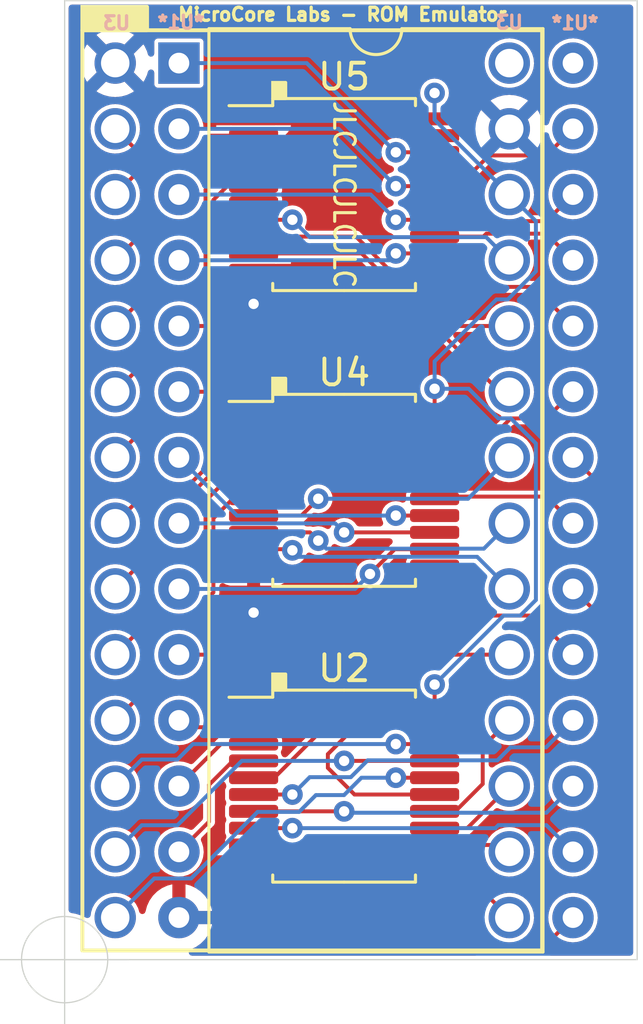
<source format=kicad_pcb>
(kicad_pcb (version 20211014) (generator pcbnew)
  (layers (0 "F.Cu" signal) (31 "B.Cu" signal) (34 "B.Paste" user) (35 "F.Paste" user) (36 "B.SilkS" user "B.Silkscreen") (37 "F.SilkS" user "F.Silkscreen") (38 "B.Mask" user) (39 "F.Mask" user) (44 "Edge.Cuts" user))
  (net 0 "")
  (net 1 "CS_22")
  (net 2 "GND")
  (net 3 "V5_A14")
  (net 4 "V5_D2")
  (net 5 "V5_A13")
  (net 6 "V5_D1")
  (net 7 "V5_A8")
  (net 8 "V5_D0")
  (net 9 "V5_A9")
  (net 10 "V5_A0")
  (net 11 "V5_A11")
  (net 12 "V5_A1")
  (net 13 "OE_n")
  (net 14 "V5_A2")
  (net 15 "V5_A10")
  (net 16 "V5_A3")
  (net 18 "V5_A4")
  (net 19 "V5_D7")
  (net 20 "V5_A5")
  (net 21 "V5_D6")
  (net 22 "V5_A6")
  (net 23 "V5_D5")
  (net 24 "V5_A7")
  (net 25 "V5_D4")
  (net 26 "V5_A12")
  (net 27 "V5_D3")
  (net 28 "V5_A15")
  (net 29 "+3V3")
  (net 30 "V3_D0")
  (net 31 "V3_D1")
  (net 32 "V3_D2")
  (net 33 "V3_D3")
  (net 34 "V3_D4")
  (net 35 "V3_D5")
  (net 36 "V3_D6")
  (net 37 "V3_D7")
  (net 39 "V3_A7")
  (net 40 "V3_A6")
  (net 41 "V3_A5")
  (net 42 "V3_A4")
  (net 43 "V3_A3")
  (net 44 "V3_A2")
  (net 45 "V3_A1")
  (net 46 "V3_A0")
  (net 47 "V3_A15")
  (net 48 "V3_A14")
  (net 49 "V3_A13")
  (net 50 "V3_A12")
  (net 51 "V3_A11")
  (net 52 "V3_A10")
  (net 53 "V3_A9")
  (net 54 "V3_A8")
  (net 55 "CS_20")
  (footprint "Package_DIP:DIP-28_W15.24mm" (layer "F.Cu") (at 167.0304 83.947)
    (fp_text reference "U1" hide)
    (fp_text value "27C512" hide)
    (fp_line (start 1.16 34.35) (end 14.08 34.35) (layer "F.SilkS") (width 0.12))
    (fp_line (start 1.16 -1.33) (end 1.16 34.35) (layer "F.SilkS") (width 0.12))
    (fp_line (start 14.08 -1.33) (end 8.62 -1.33) (layer "F.SilkS") (width 0.12))
    (fp_line (start 6.62 -1.33) (end 1.16 -1.33) (layer "F.SilkS") (width 0.12))
    (fp_line (start 14.08 34.35) (end 14.08 -1.33) (layer "F.SilkS") (width 0.12))
    (fp_arc (start 8.62 -1.33) (mid 7.62 -0.33) (end 6.62 -1.33) (layer "F.SilkS") (width 0.12))
    (pad "1" thru_hole rect locked (at 0 0) (size 1.6 1.6) (drill 0.8) (layers *.Cu *.Mask) (net 28 "V5_A15"))
    (pad "2" thru_hole oval locked (at 0 2.54) (size 1.6 1.6) (drill 0.8) (layers *.Cu *.Mask) (net 26 "V5_A12"))
    (pad "3" thru_hole oval locked (at 0 5.08) (size 1.6 1.6) (drill 0.8) (layers *.Cu *.Mask) (net 24 "V5_A7"))
    (pad "4" thru_hole oval locked (at 0 7.62) (size 1.6 1.6) (drill 0.8) (layers *.Cu *.Mask) (net 22 "V5_A6"))
    (pad "5" thru_hole oval locked (at 0 10.16) (size 1.6 1.6) (drill 0.8) (layers *.Cu *.Mask) (net 20 "V5_A5"))
    (pad "6" thru_hole oval locked (at 0 12.7) (size 1.6 1.6) (drill 0.8) (layers *.Cu *.Mask) (net 18 "V5_A4"))
    (pad "7" thru_hole oval locked (at 0 15.24) (size 1.6 1.6) (drill 0.8) (layers *.Cu *.Mask) (net 16 "V5_A3"))
    (pad "8" thru_hole oval locked (at 0 17.78) (size 1.6 1.6) (drill 0.8) (layers *.Cu *.Mask) (net 14 "V5_A2"))
    (pad "9" thru_hole oval locked (at 0 20.32) (size 1.6 1.6) (drill 0.8) (layers *.Cu *.Mask) (net 12 "V5_A1"))
    (pad "10" thru_hole oval locked (at 0 22.86) (size 1.6 1.6) (drill 0.8) (layers *.Cu *.Mask) (net 10 "V5_A0"))
    (pad "11" thru_hole oval locked (at 0 25.4) (size 1.6 1.6) (drill 0.8) (layers *.Cu *.Mask) (net 8 "V5_D0"))
    (pad "12" thru_hole oval locked (at 0 27.94) (size 1.6 1.6) (drill 0.8) (layers *.Cu *.Mask) (net 6 "V5_D1"))
    (pad "13" thru_hole oval locked (at 0 30.48) (size 1.6 1.6) (drill 0.8) (layers *.Cu *.Mask) (net 4 "V5_D2"))
    (pad "14" thru_hole oval locked (at 0 33.02) (size 1.6 1.6) (drill 0.8) (layers *.Cu *.Mask) (net 2 "GND"))
    (pad "15" thru_hole oval locked (at 15.24 33.02) (size 1.6 1.6) (drill 0.8) (layers *.Cu *.Mask) (net 27 "V5_D3"))
    (pad "16" thru_hole oval locked (at 15.24 30.48) (size 1.6 1.6) (drill 0.8) (layers *.Cu *.Mask) (net 25 "V5_D4"))
    (pad "17" thru_hole oval locked (at 15.24 27.94) (size 1.6 1.6) (drill 0.8) (layers *.Cu *.Mask) (net 23 "V5_D5"))
    (pad "18" thru_hole oval locked (at 15.24 25.4) (size 1.6 1.6) (drill 0.8) (layers *.Cu *.Mask) (net 21 "V5_D6"))
    (pad "19" thru_hole oval locked (at 15.24 22.86) (size 1.6 1.6) (drill 0.8) (layers *.Cu *.Mask) (net 19 "V5_D7"))
    (pad "20" thru_hole oval locked (at 15.24 20.32) (size 1.6 1.6) (drill 0.8) (layers *.Cu *.Mask) (net 55 "CS_20"))
    (pad "21" thru_hole oval locked (at 15.24 17.78) (size 1.6 1.6) (drill 0.8) (layers *.Cu *.Mask) (net 15 "V5_A10"))
    (pad "22" thru_hole oval locked (at 15.24 15.24) (size 1.6 1.6) (drill 0.8) (layers *.Cu *.Mask) (net 1 "CS_22"))
    (pad "23" thru_hole oval locked (at 15.24 12.7) (size 1.6 1.6) (drill 0.8) (layers *.Cu *.Mask) (net 11 "V5_A11"))
    (pad "24" thru_hole oval locked (at 15.24 10.16) (size 1.6 1.6) (drill 0.8) (layers *.Cu *.Mask) (net 9 "V5_A9"))
    (pad "25" thru_hole oval locked (at 15.24 7.62) (size 1.6 1.6) (drill 0.8) (layers *.Cu *.Mask) (net 7 "V5_A8"))
    (pad "26" thru_hole oval locked (at 15.24 5.08) (size 1.6 1.6) (drill 0.8) (layers *.Cu *.Mask) (net 5 "V5_A13"))
    (pad "27" thru_hole oval locked (at 15.24 2.54) (size 1.6 1.6) (drill 0.8) (layers *.Cu *.Mask) (net 3 "V5_A14"))
    (pad "28" thru_hole oval locked (at 15.24 0) (size 1.6 1.6) (drill 0.8) (layers *.Cu *.Mask))
  )
  (footprint "Package_SO:SSOP-20_5.3x7.2mm_P0.65mm" (layer "F.Cu") (at 173.4185 111.887)
    (fp_text reference "U2" (at 0 -4.55) (layer "F.SilkS"))
    (fp_text value "74LS245")
    (fp_line (start -2.76 -3.435) (end -4.45 -3.435) (layer "F.SilkS") (width 0.12))
    (fp_line (start -2.76 -3.71) (end -2.76 -3.435) (layer "F.SilkS") (width 0.12))
    (fp_line (start 2.76 -3.71) (end 2.76 -3.435) (layer "F.SilkS") (width 0.12))
    (fp_line (start -2.76 3.71) (end -2.76 3.435) (layer "F.SilkS") (width 0.12))
    (fp_line (start 2.76 3.71) (end 2.76 3.435) (layer "F.SilkS") (width 0.12))
    (fp_line (start 0 -3.71) (end 2.76 -3.71) (layer "F.SilkS") (width 0.12))
    (fp_line (start 0 3.71) (end -2.76 3.71) (layer "F.SilkS") (width 0.12))
    (fp_line (start 0 3.71) (end 2.76 3.71) (layer "F.SilkS") (width 0.12))
    (fp_line (start 0 -3.71) (end -2.76 -3.71) (layer "F.SilkS") (width 0.12))
    (pad "1" smd roundrect (at -3.5 -2.925) (size 1.9 0.5) (layers "F.Cu" "F.Paste" "F.Mask") (net 2 "GND"))
    (pad "2" smd roundrect (at -3.5 -2.275) (size 1.9 0.5) (layers "F.Cu" "F.Paste" "F.Mask") (net 8 "V5_D0"))
    (pad "3" smd roundrect (at -3.5 -1.625) (size 1.9 0.5) (layers "F.Cu" "F.Paste" "F.Mask") (net 6 "V5_D1"))
    (pad "4" smd roundrect (at -3.5 -0.975) (size 1.9 0.5) (layers "F.Cu" "F.Paste" "F.Mask") (net 4 "V5_D2"))
    (pad "5" smd roundrect (at -3.5 -0.325) (size 1.9 0.5) (layers "F.Cu" "F.Paste" "F.Mask") (net 19 "V5_D7"))
    (pad "6" smd roundrect (at -3.5 0.325) (size 1.9 0.5) (layers "F.Cu" "F.Paste" "F.Mask") (net 21 "V5_D6"))
    (pad "7" smd roundrect (at -3.5 0.975) (size 1.9 0.5) (layers "F.Cu" "F.Paste" "F.Mask") (net 23 "V5_D5"))
    (pad "8" smd roundrect (at -3.5 1.625) (size 1.9 0.5) (layers "F.Cu" "F.Paste" "F.Mask") (net 25 "V5_D4"))
    (pad "9" smd roundrect (at -3.5 2.275) (size 1.9 0.5) (layers "F.Cu" "F.Paste" "F.Mask") (net 27 "V5_D3"))
    (pad "10" smd roundrect (at -3.5 2.925) (size 1.9 0.5) (layers "F.Cu" "F.Paste" "F.Mask") (net 2 "GND"))
    (pad "11" smd roundrect (at 3.5 2.925) (size 1.9 0.5) (layers "F.Cu" "F.Paste" "F.Mask") (net 33 "V3_D3"))
    (pad "12" smd roundrect (at 3.5 2.275) (size 1.9 0.5) (layers "F.Cu" "F.Paste" "F.Mask") (net 34 "V3_D4"))
    (pad "13" smd roundrect (at 3.5 1.625) (size 1.9 0.5) (layers "F.Cu" "F.Paste" "F.Mask") (net 35 "V3_D5"))
    (pad "14" smd roundrect (at 3.5 0.975) (size 1.9 0.5) (layers "F.Cu" "F.Paste" "F.Mask") (net 36 "V3_D6"))
    (pad "15" smd roundrect (at 3.5 0.325) (size 1.9 0.5) (layers "F.Cu" "F.Paste" "F.Mask") (net 37 "V3_D7"))
    (pad "16" smd roundrect (at 3.5 -0.325) (size 1.9 0.5) (layers "F.Cu" "F.Paste" "F.Mask") (net 32 "V3_D2"))
    (pad "17" smd roundrect (at 3.5 -0.975) (size 1.9 0.5) (layers "F.Cu" "F.Paste" "F.Mask") (net 31 "V3_D1"))
    (pad "18" smd roundrect (at 3.5 -1.625) (size 1.9 0.5) (layers "F.Cu" "F.Paste" "F.Mask") (net 30 "V3_D0"))
    (pad "19" smd roundrect (at 3.5 -2.275) (size 1.9 0.5) (layers "F.Cu" "F.Paste" "F.Mask") (net 13 "OE_n"))
    (pad "20" smd roundrect (at 3.5 -2.925) (size 1.9 0.5) (layers "F.Cu" "F.Paste" "F.Mask") (net 29 "+3V3"))
  )
  (footprint "Teensy:Teensy40" (layer "F.Cu") (at 172.1866 100.457 -90)
    (fp_text reference "U3" hide)
    (fp_text value "Teensy4.0" hide)
    (fp_line (start -17.78 8.89) (end -17.78 -8.89) (layer "F.SilkS") (width 0.15))
    (fp_line (start 17.78 -8.89) (end 17.78 8.89) (layer "F.SilkS") (width 0.15))
    (fp_line (start 17.78 8.89) (end -17.78 8.89) (layer "F.SilkS") (width 0.15))
    (fp_line (start -17.78 -8.89) (end 17.78 -8.89) (layer "F.SilkS") (width 0.15))
    (pad "1" thru_hole circle (at -16.51 7.62 270) (size 1.6 1.6) (drill 1.1) (layers *.Cu *.Mask) (net 2 "GND"))
    (pad "2" thru_hole circle (at -13.97 7.62 270) (size 1.6 1.6) (drill 1.1) (layers *.Cu *.Mask) (net 47 "V3_A15"))
    (pad "3" thru_hole circle (at -11.43 7.62 270) (size 1.6 1.6) (drill 1.1) (layers *.Cu *.Mask) (net 48 "V3_A14"))
    (pad "4" thru_hole circle (at -8.89 7.62 270) (size 1.6 1.6) (drill 1.1) (layers *.Cu *.Mask) (net 50 "V3_A12"))
    (pad "5" thru_hole circle (at -6.35 7.62 270) (size 1.6 1.6) (drill 1.1) (layers *.Cu *.Mask) (net 49 "V3_A13"))
    (pad "6" thru_hole circle (at -3.81 7.62 270) (size 1.6 1.6) (drill 1.1) (layers *.Cu *.Mask) (net 39 "V3_A7"))
    (pad "7" thru_hole circle (at -1.27 7.62 270) (size 1.6 1.6) (drill 1.1) (layers *.Cu *.Mask) (net 41 "V3_A5"))
    (pad "8" thru_hole circle (at 1.27 7.62 270) (size 1.6 1.6) (drill 1.1) (layers *.Cu *.Mask) (net 51 "V3_A11"))
    (pad "9" thru_hole circle (at 3.81 7.62 270) (size 1.6 1.6) (drill 1.1) (layers *.Cu *.Mask) (net 42 "V3_A4"))
    (pad "10" thru_hole circle (at 6.35 7.62 270) (size 1.6 1.6) (drill 1.1) (layers *.Cu *.Mask) (net 52 "V3_A10"))
    (pad "11" thru_hole circle (at 8.89 7.62 270) (size 1.6 1.6) (drill 1.1) (layers *.Cu *.Mask) (net 43 "V3_A3"))
    (pad "12" thru_hole circle (at 11.43 7.62 270) (size 1.6 1.6) (drill 1.1) (layers *.Cu *.Mask) (net 30 "V3_D0"))
    (pad "13" thru_hole circle (at 13.97 7.62 270) (size 1.6 1.6) (drill 1.1) (layers *.Cu *.Mask) (net 31 "V3_D1"))
    (pad "14" thru_hole circle (at 16.51 7.62 270) (size 1.6 1.6) (drill 1.1) (layers *.Cu *.Mask) (net 32 "V3_D2"))
    (pad "20" thru_hole circle (at 16.51 -7.62 270) (size 1.6 1.6) (drill 1.1) (layers *.Cu *.Mask) (net 33 "V3_D3"))
    (pad "21" thru_hole circle (at 13.97 -7.62 270) (size 1.6 1.6) (drill 1.1) (layers *.Cu *.Mask) (net 34 "V3_D4"))
    (pad "22" thru_hole circle (at 11.43 -7.62 270) (size 1.6 1.6) (drill 1.1) (layers *.Cu *.Mask) (net 35 "V3_D5"))
    (pad "23" thru_hole circle (at 8.89 -7.62 270) (size 1.6 1.6) (drill 1.1) (layers *.Cu *.Mask) (net 36 "V3_D6"))
    (pad "24" thru_hole circle (at 6.35 -7.62 270) (size 1.6 1.6) (drill 1.1) (layers *.Cu *.Mask) (net 37 "V3_D7"))
    (pad "25" thru_hole circle (at 3.81 -7.62 270) (size 1.6 1.6) (drill 1.1) (layers *.Cu *.Mask) (net 46 "V3_A0"))
    (pad "26" thru_hole circle (at 1.27 -7.62 270) (size 1.6 1.6) (drill 1.1) (layers *.Cu *.Mask) (net 45 "V3_A1"))
    (pad "27" thru_hole circle (at -1.27 -7.62 270) (size 1.6 1.6) (drill 1.1) (layers *.Cu *.Mask) (net 44 "V3_A2"))
    (pad "28" thru_hole circle (at -3.81 -7.62 270) (size 1.6 1.6) (drill 1.1) (layers *.Cu *.Mask) (net 53 "V3_A9"))
    (pad "29" thru_hole circle (at -6.35 -7.62 270) (size 1.6 1.6) (drill 1.1) (layers *.Cu *.Mask) (net 40 "V3_A6"))
    (pad "30" thru_hole circle (at -8.89 -7.62 270) (size 1.6 1.6) (drill 1.1) (layers *.Cu *.Mask) (net 54 "V3_A8"))
    (pad "31" thru_hole circle (at -11.43 -7.62 270) (size 1.6 1.6) (drill 1.1) (layers *.Cu *.Mask) (net 29 "+3V3"))
    (pad "32" thru_hole circle (at -13.97 -7.62 270) (size 1.6 1.6) (drill 1.1) (layers *.Cu *.Mask) (net 2 "GND"))
    (pad "33" thru_hole circle (at -16.51 -7.62 270) (size 1.6 1.6) (drill 1.1) (layers *.Cu *.Mask))
  )
  (footprint "Package_SO:SSOP-20_5.3x7.2mm_P0.65mm" (layer "F.Cu") (at 173.4185 100.457)
    (fp_text reference "U4" (at 0 -4.55) (layer "F.SilkS"))
    (fp_text value "74LS245")
    (fp_line (start 0 -3.71) (end -2.76 -3.71) (layer "F.SilkS") (width 0.12))
    (fp_line (start 0 3.71) (end -2.76 3.71) (layer "F.SilkS") (width 0.12))
    (fp_line (start -2.76 3.71) (end -2.76 3.435) (layer "F.SilkS") (width 0.12))
    (fp_line (start 0 3.71) (end 2.76 3.71) (layer "F.SilkS") (width 0.12))
    (fp_line (start -2.76 -3.71) (end -2.76 -3.435) (layer "F.SilkS") (width 0.12))
    (fp_line (start -2.76 -3.435) (end -4.45 -3.435) (layer "F.SilkS") (width 0.12))
    (fp_line (start 2.76 -3.71) (end 2.76 -3.435) (layer "F.SilkS") (width 0.12))
    (fp_line (start 2.76 3.71) (end 2.76 3.435) (layer "F.SilkS") (width 0.12))
    (fp_line (start 0 -3.71) (end 2.76 -3.71) (layer "F.SilkS") (width 0.12))
    (pad "1" smd roundrect (at -3.5 -2.925) (size 1.9 0.5) (layers "F.Cu" "F.Paste" "F.Mask") (net 2 "GND"))
    (pad "2" smd roundrect (at -3.5 -2.275) (size 1.9 0.5) (layers "F.Cu" "F.Paste" "F.Mask") (net 41 "V3_A5"))
    (pad "3" smd roundrect (at -3.5 -1.625) (size 1.9 0.5) (layers "F.Cu" "F.Paste" "F.Mask") (net 51 "V3_A11"))
    (pad "4" smd roundrect (at -3.5 -0.975) (size 1.9 0.5) (layers "F.Cu" "F.Paste" "F.Mask") (net 42 "V3_A4"))
    (pad "5" smd roundrect (at -3.5 -0.325) (size 1.9 0.5) (layers "F.Cu" "F.Paste" "F.Mask") (net 52 "V3_A10"))
    (pad "6" smd roundrect (at -3.5 0.325) (size 1.9 0.5) (layers "F.Cu" "F.Paste" "F.Mask") (net 43 "V3_A3"))
    (pad "7" smd roundrect (at -3.5 0.975) (size 1.9 0.5) (layers "F.Cu" "F.Paste" "F.Mask") (net 44 "V3_A2"))
    (pad "8" smd roundrect (at -3.5 1.625) (size 1.9 0.5) (layers "F.Cu" "F.Paste" "F.Mask") (net 45 "V3_A1"))
    (pad "9" smd roundrect (at -3.5 2.275) (size 1.9 0.5) (layers "F.Cu" "F.Paste" "F.Mask") (net 46 "V3_A0"))
    (pad "10" smd roundrect (at -3.5 2.925) (size 1.9 0.5) (layers "F.Cu" "F.Paste" "F.Mask") (net 2 "GND"))
    (pad "11" smd roundrect (at 3.5 2.925) (size 1.9 0.5) (layers "F.Cu" "F.Paste" "F.Mask") (net 10 "V5_A0"))
    (pad "12" smd roundrect (at 3.5 2.275) (size 1.9 0.5) (layers "F.Cu" "F.Paste" "F.Mask") (net 12 "V5_A1"))
    (pad "13" smd roundrect (at 3.5 1.625) (size 1.9 0.5) (layers "F.Cu" "F.Paste" "F.Mask") (net 14 "V5_A2"))
    (pad "14" smd roundrect (at 3.5 0.975) (size 1.9 0.5) (layers "F.Cu" "F.Paste" "F.Mask") (net 16 "V5_A3"))
    (pad "15" smd roundrect (at 3.5 0.325) (size 1.9 0.5) (layers "F.Cu" "F.Paste" "F.Mask") (net 15 "V5_A10"))
    (pad "16" smd roundrect (at 3.5 -0.325) (size 1.9 0.5) (layers "F.Cu" "F.Paste" "F.Mask") (net 18 "V5_A4"))
    (pad "17" smd roundrect (at 3.5 -0.975) (size 1.9 0.5) (layers "F.Cu" "F.Paste" "F.Mask") (net 11 "V5_A11"))
    (pad "18" smd roundrect (at 3.5 -1.625) (size 1.9 0.5) (layers "F.Cu" "F.Paste" "F.Mask") (net 20 "V5_A5"))
    (pad "19" smd roundrect (at 3.5 -2.275) (size 1.9 0.5) (layers "F.Cu" "F.Paste" "F.Mask") (net 2 "GND"))
    (pad "20" smd roundrect (at 3.5 -2.925) (size 1.9 0.5) (layers "F.Cu" "F.Paste" "F.Mask") (net 29 "+3V3"))
  )
  (footprint "Package_SO:SSOP-20_5.3x7.2mm_P0.65mm" (layer "F.Cu") (at 173.4185 89.027)
    (fp_text reference "U5" (at 0 -4.55) (layer "F.SilkS"))
    (fp_text value "74LS245")
    (fp_line (start 0 -3.71) (end -2.76 -3.71) (layer "F.SilkS") (width 0.12))
    (fp_line (start -2.76 -3.435) (end -4.45 -3.435) (layer "F.SilkS") (width 0.12))
    (fp_line (start 0 3.71) (end -2.76 3.71) (layer "F.SilkS") (width 0.12))
    (fp_line (start 0 -3.71) (end 2.76 -3.71) (layer "F.SilkS") (width 0.12))
    (fp_line (start 0 3.71) (end 2.76 3.71) (layer "F.SilkS") (width 0.12))
    (fp_line (start 2.76 3.71) (end 2.76 3.435) (layer "F.SilkS") (width 0.12))
    (fp_line (start -2.76 -3.71) (end -2.76 -3.435) (layer "F.SilkS") (width 0.12))
    (fp_line (start 2.76 -3.71) (end 2.76 -3.435) (layer "F.SilkS") (width 0.12))
    (fp_line (start -2.76 3.71) (end -2.76 3.435) (layer "F.SilkS") (width 0.12))
    (pad "1" smd roundrect (at -3.5 -2.925) (size 1.9 0.5) (layers "F.Cu" "F.Paste" "F.Mask") (net 2 "GND"))
    (pad "2" smd roundrect (at -3.5 -2.275) (size 1.9 0.5) (layers "F.Cu" "F.Paste" "F.Mask") (net 47 "V3_A15"))
    (pad "3" smd roundrect (at -3.5 -1.625) (size 1.9 0.5) (layers "F.Cu" "F.Paste" "F.Mask") (net 48 "V3_A14"))
    (pad "4" smd roundrect (at -3.5 -0.975) (size 1.9 0.5) (layers "F.Cu" "F.Paste" "F.Mask") (net 50 "V3_A12"))
    (pad "5" smd roundrect (at -3.5 -0.325) (size 1.9 0.5) (layers "F.Cu" "F.Paste" "F.Mask") (net 49 "V3_A13"))
    (pad "6" smd roundrect (at -3.5 0.325) (size 1.9 0.5) (layers "F.Cu" "F.Paste" "F.Mask") (net 39 "V3_A7"))
    (pad "7" smd roundrect (at -3.5 0.975) (size 1.9 0.5) (layers "F.Cu" "F.Paste" "F.Mask") (net 54 "V3_A8"))
    (pad "8" smd roundrect (at -3.5 1.625) (size 1.9 0.5) (layers "F.Cu" "F.Paste" "F.Mask") (net 40 "V3_A6"))
    (pad "9" smd roundrect (at -3.5 2.275) (size 1.9 0.5) (layers "F.Cu" "F.Paste" "F.Mask") (net 53 "V3_A9"))
    (pad "10" smd roundrect (at -3.5 2.925) (size 1.9 0.5) (layers "F.Cu" "F.Paste" "F.Mask") (net 2 "GND"))
    (pad "11" smd roundrect (at 3.5 2.925) (size 1.9 0.5) (layers "F.Cu" "F.Paste" "F.Mask") (net 9 "V5_A9"))
    (pad "12" smd roundrect (at 3.5 2.275) (size 1.9 0.5) (layers "F.Cu" "F.Paste" "F.Mask") (net 22 "V5_A6"))
    (pad "13" smd roundrect (at 3.5 1.625) (size 1.9 0.5) (layers "F.Cu" "F.Paste" "F.Mask") (net 7 "V5_A8"))
    (pad "14" smd roundrect (at 3.5 0.975) (size 1.9 0.5) (layers "F.Cu" "F.Paste" "F.Mask") (net 24 "V5_A7"))
    (pad "15" smd roundrect (at 3.5 0.325) (size 1.9 0.5) (layers "F.Cu" "F.Paste" "F.Mask") (net 5 "V5_A13"))
    (pad "16" smd roundrect (at 3.5 -0.325) (size 1.9 0.5) (layers "F.Cu" "F.Paste" "F.Mask") (net 26 "V5_A12"))
    (pad "17" smd roundrect (at 3.5 -0.975) (size 1.9 0.5) (layers "F.Cu" "F.Paste" "F.Mask") (net 3 "V5_A14"))
    (pad "18" smd roundrect (at 3.5 -1.625) (size 1.9 0.5) (layers "F.Cu" "F.Paste" "F.Mask") (net 28 "V5_A15"))
    (pad "19" smd roundrect (at 3.5 -2.275) (size 1.9 0.5) (layers "F.Cu" "F.Paste" "F.Mask") (net 2 "GND"))
    (pad "20" smd roundrect (at 3.5 -2.925) (size 1.9 0.5) (layers "F.Cu" "F.Paste" "F.Mask") (net 29 "+3V3"))
  )
  (footprint "A_Personal_Library:SolderJumper-2_P1.3mm_Open_TrianglePad1.0x0.75mm" (layer "F.Cu") (at 183.5404 105.537 180)
    (fp_text reference "REF_D9" hide)
    (fp_text value "SolderJumper-2_P1.3mm_Open_TrianglePad1.0x0.75mm" hide)
    (pad "1" smd custom (at -0.4 0 180) (size 0.3 0.3) (layers "F.Cu" "F.Mask") (net 13 "OE_n") (options (clearance outline) (anchor rect)) (primitives (gr_poly (pts (xy 0.5 0) (xy 0.25 0.375) (xy -0.25 0.375) (xy -0.25 -0.375) (xy 0.25 -0.375)) (width 0) (fill yes))))
    (pad "2" smd custom (at 0.5 0 180) (size 0.3 0.3) (layers "F.Cu" "F.Mask") (net 55 "CS_20") (options (clearance outline) (anchor rect)) (primitives (gr_poly (pts (xy 0.15 0.375) (xy -0.425 0.375) (xy -0.175 0) (xy -0.425 -0.375) (xy 0.15 -0.375)) (width 0) (fill yes))))
  )
  (footprint "A_Personal_Library:SolderJumper-2_P1.3mm_Open_TrianglePad1.0x0.75mm" (layer "F.Cu") (at 183.5404 100.457 180)
    (fp_text reference "REF_D9" hide)
    (fp_text value "SolderJumper-2_P1.3mm_Open_TrianglePad1.0x0.75mm" hide)
    (pad "1" smd custom (at -0.4 0 180) (size 0.3 0.3) (layers "F.Cu" "F.Mask") (net 13 "OE_n") (options (clearance outline) (anchor rect)) (primitives (gr_poly (pts (xy 0.5 0) (xy 0.25 0.375) (xy -0.25 0.375) (xy -0.25 -0.375) (xy 0.25 -0.375)) (width 0) (fill yes))))
    (pad "2" smd custom (at 0.5 0 180) (size 0.3 0.3) (layers "F.Cu" "F.Mask") (net 1 "CS_22") (options (clearance outline) (anchor rect)) (primitives (gr_poly (pts (xy 0.15 0.375) (xy -0.425 0.375) (xy -0.175 0) (xy -0.425 -0.375) (xy 0.15 -0.375)) (width 0) (fill yes))))
  )
  (gr_rect (start 170.6585 96.127) (end 171.1585 96.747) (layer "F.SilkS") (width 0.12) (fill solid))
  (gr_rect (start 170.6585 84.697) (end 171.1585 85.317) (layer "F.SilkS") (width 0.12) (fill solid))
  (gr_rect (start 163.2966 81.777) (end 165.7985 82.677) (layer "F.SilkS") (width 0.15) (fill solid))
  (gr_rect (start 170.6585 107.557) (end 171.1585 108.177) (layer "F.SilkS") (width 0.12) (fill solid))
  (gr_line (start 162.6108 118.5926) (end 162.6108 81.534) (layer "Edge.Cuts") (width 0.05))
  (gr_line (start 184.7512 118.5926) (end 162.6108 118.5926) (layer "Edge.Cuts") (width 0.05))
  (gr_line (start 184.7512 81.534) (end 184.7512 118.5926) (layer "Edge.Cuts") (width 0.05))
  (gr_line (start 162.6108 81.534) (end 184.7512 81.534) (layer "Edge.Cuts") (width 0.05))
  (gr_text "*U1*" (at 167.1066 82.3722) (layer "B.SilkS") (effects (font (size 0.508 0.508) (thickness 0.127)) (justify mirror)))
  (gr_text "*U1*\n" (at 182.3466 82.3976) (layer "B.SilkS") (effects (font (size 0.508 0.508) (thickness 0.127)) (justify mirror)))
  (gr_text "U3" (at 164.6174 82.3976) (layer "B.SilkS") (effects (font (size 0.508 0.508) (thickness 0.127)) (justify mirror)))
  (gr_text "U3" (at 179.8066 82.3722) (layer "B.SilkS") (effects (font (size 0.508 0.508) (thickness 0.127)) (justify mirror)))
  (gr_text "MicroCore Labs - ROM Emulator" (at 173.355 82.0674) (layer "F.SilkS") (effects (font (size 0.508 0.508) (thickness 0.127))))
  (gr_text "JLCJLCJLCJLC" (at 173.4185 89.027 -90) (layer "F.SilkS") (effects (font (size 0.8 0.7) (thickness 0.12))))
  (target plus (at 162.6108 118.5926) (size 5) (width 0.05) (layer "Edge.Cuts"))
  (segment (start 183.0404 99.957) (end 182.2704 99.187) (width 0.1524) (layer "F.Cu") (net 1))
  (segment (start 183.0404 100.457) (end 183.0404 99.957) (width 0.1524) (layer "F.Cu") (net 1))
  (via (at 169.9185 93.252) (size 0.8) (drill 0.4) (layers "F.Cu" "B.Cu") (net 2))
  (via (at 169.9185 105.182) (size 0.8) (drill 0.4) (layers "F.Cu" "B.Cu") (net 2))
  (segment (start 179.023939 87.5156) (end 178.487539 88.052) (width 0.1524) (layer "F.Cu") (net 3))
  (segment (start 182.2704 86.487) (end 181.2418 87.5156) (width 0.1524) (layer "F.Cu") (net 3))
  (segment (start 181.2418 87.5156) (end 179.023939 87.5156) (width 0.1524) (layer "F.Cu") (net 3))
  (segment (start 178.487539 88.052) (end 176.9185 88.052) (width 0.1524) (layer "F.Cu") (net 3))
  (segment (start 169.9185 110.912) (end 169.118434 110.912) (width 0.1524) (layer "F.Cu") (net 4))
  (segment (start 168.19445 113.26295) (end 167.0304 114.427) (width 0.1524) (layer "F.Cu") (net 4))
  (segment (start 168.19445 111.835984) (end 168.19445 113.26295) (width 0.1524) (layer "F.Cu") (net 4))
  (segment (start 169.118434 110.912) (end 168.19445 111.835984) (width 0.1524) (layer "F.Cu") (net 4))
  (segment (start 176.9185 89.352) (end 178.676939 89.352) (width 0.1524) (layer "F.Cu") (net 5))
  (segment (start 181.2418 90.0556) (end 182.2704 89.027) (width 0.1524) (layer "F.Cu") (net 5))
  (segment (start 179.380539 90.0556) (end 181.2418 90.0556) (width 0.1524) (layer "F.Cu") (net 5))
  (segment (start 178.676939 89.352) (end 179.380539 90.0556) (width 0.1524) (layer "F.Cu") (net 5))
  (segment (start 168.6554 110.262) (end 167.0304 111.887) (width 0.1524) (layer "F.Cu") (net 6))
  (segment (start 169.9185 110.262) (end 168.6554 110.262) (width 0.1524) (layer "F.Cu") (net 6))
  (segment (start 178.807079 90.652) (end 176.9185 90.652) (width 0.1524) (layer "F.Cu") (net 7))
  (segment (start 181.2418 90.5384) (end 178.920679 90.5384) (width 0.1524) (layer "F.Cu") (net 7))
  (segment (start 182.2704 91.567) (end 181.2418 90.5384) (width 0.1524) (layer "F.Cu") (net 7))
  (segment (start 178.920679 90.5384) (end 178.807079 90.652) (width 0.1524) (layer "F.Cu") (net 7))
  (segment (start 169.9185 109.612) (end 167.2954 109.612) (width 0.1524) (layer "F.Cu") (net 8))
  (segment (start 167.2954 109.612) (end 167.0304 109.347) (width 0.1524) (layer "F.Cu") (net 8))
  (segment (start 176.9185 91.952) (end 177.5621 92.5956) (width 0.1524) (layer "F.Cu") (net 9))
  (segment (start 177.5621 92.5956) (end 180.759 92.5956) (width 0.1524) (layer "F.Cu") (net 9))
  (segment (start 180.759 92.5956) (end 182.2704 94.107) (width 0.1524) (layer "F.Cu") (net 9))
  (segment (start 176.9185 103.382) (end 173.4935 106.807) (width 0.1524) (layer "F.Cu") (net 10))
  (segment (start 173.4935 106.807) (end 167.0304 106.807) (width 0.1524) (layer "F.Cu") (net 10))
  (segment (start 181.238848 97.678552) (end 182.2704 96.647) (width 0.1524) (layer "F.Cu") (net 11))
  (segment (start 178.056939 99.482) (end 179.860387 97.678552) (width 0.1524) (layer "F.Cu") (net 11))
  (segment (start 176.9185 99.482) (end 178.056939 99.482) (width 0.1524) (layer "F.Cu") (net 11))
  (segment (start 179.860387 97.678552) (end 181.238848 97.678552) (width 0.1524) (layer "F.Cu") (net 11))
  (segment (start 176.9185 102.732) (end 175.375911 102.732) (width 0.1524) (layer "F.Cu") (net 12))
  (segment (start 175.375911 102.732) (end 174.4185 103.689411) (width 0.1524) (layer "F.Cu") (net 12))
  (via (at 174.4185 103.689411) (size 0.8) (drill 0.4) (layers "F.Cu" "B.Cu") (net 12))
  (segment (start 173.840911 104.267) (end 174.4185 103.689411) (width 0.1524) (layer "B.Cu") (net 12))
  (segment (start 167.0304 104.267) (end 173.840911 104.267) (width 0.1524) (layer "B.Cu") (net 12))
  (segment (start 182.695466 107.8332) (end 183.9404 106.588266) (width 0.1524) (layer "F.Cu") (net 13))
  (segment (start 183.9404 106.588266) (end 183.9404 100.457) (width 0.1524) (layer "F.Cu") (net 13))
  (segment (start 177.715172 109.612) (end 179.493972 107.8332) (width 0.1524) (layer "F.Cu") (net 13))
  (segment (start 176.9185 109.612) (end 177.715172 109.612) (width 0.1524) (layer "F.Cu") (net 13))
  (segment (start 179.493972 107.8332) (end 182.695466 107.8332) (width 0.1524) (layer "F.Cu") (net 13))
  (segment (start 173.4185 102.082) (end 176.9185 102.082) (width 0.1524) (layer "F.Cu") (net 14))
  (via (at 173.4185 102.082) (size 0.8) (drill 0.4) (layers "F.Cu" "B.Cu") (net 14))
  (segment (start 173.4185 102.082) (end 173.0709 101.7344) (width 0.1524) (layer "B.Cu") (net 14))
  (segment (start 173.0709 101.7344) (end 167.0378 101.7344) (width 0.1524) (layer "B.Cu") (net 14))
  (segment (start 167.0378 101.7344) (end 167.0304 101.727) (width 0.1524) (layer "B.Cu") (net 14))
  (segment (start 177.0021 100.6984) (end 181.2418 100.6984) (width 0.1524) (layer "F.Cu") (net 15))
  (segment (start 181.2418 100.6984) (end 182.2704 101.727) (width 0.1524) (layer "F.Cu") (net 15))
  (segment (start 176.9185 100.782) (end 177.0021 100.6984) (width 0.1524) (layer "F.Cu") (net 15))
  (segment (start 175.4185 101.432) (end 176.9185 101.432) (width 0.1524) (layer "F.Cu") (net 16))
  (via (at 175.4185 101.432) (size 0.8) (drill 0.4) (layers "F.Cu" "B.Cu") (net 16))
  (segment (start 167.0304 99.187) (end 169.2754 101.432) (width 0.1524) (layer "B.Cu") (net 16))
  (segment (start 169.2754 101.432) (end 175.4185 101.432) (width 0.1524) (layer "B.Cu") (net 16))
  (segment (start 175.4185 100.132) (end 171.9335 96.647) (width 0.1524) (layer "F.Cu") (net 18))
  (segment (start 171.9335 96.647) (end 167.0304 96.647) (width 0.1524) (layer "F.Cu") (net 18))
  (segment (start 175.4185 100.132) (end 176.9185 100.132) (width 0.1524) (layer "F.Cu") (net 18))
  (segment (start 170.718566 111.562) (end 173.949227 108.331339) (width 0.1524) (layer "F.Cu") (net 19))
  (segment (start 175.435952 105.2956) (end 173.949227 106.782325) (width 0.1524) (layer "F.Cu") (net 19))
  (segment (start 182.2704 106.807) (end 180.759 105.2956) (width 0.1524) (layer "F.Cu") (net 19))
  (segment (start 173.949227 108.331339) (end 173.949227 106.782325) (width 0.1524) (layer "F.Cu") (net 19))
  (segment (start 169.9185 111.562) (end 170.718566 111.562) (width 0.1524) (layer "F.Cu") (net 19))
  (segment (start 180.759 105.2956) (end 175.435952 105.2956) (width 0.1524) (layer "F.Cu") (net 19))
  (segment (start 176.9185 98.832) (end 174.549552 98.832) (width 0.1524) (layer "F.Cu") (net 20))
  (segment (start 169.824552 94.107) (end 167.0304 94.107) (width 0.1524) (layer "F.Cu") (net 20))
  (segment (start 174.549552 98.832) (end 169.824552 94.107) (width 0.1524) (layer "F.Cu") (net 20))
  (segment (start 171.4185 112.212) (end 169.9185 112.212) (width 0.1524) (layer "F.Cu") (net 21))
  (via (at 171.4185 112.212) (size 0.8) (drill 0.4) (layers "F.Cu" "B.Cu") (net 21))
  (segment (start 179.348339 110.8906) (end 174.328875 110.8906) (width 0.1524) (layer "B.Cu") (net 21))
  (segment (start 179.850744 110.388195) (end 179.348339 110.8906) (width 0.1524) (layer "B.Cu") (net 21))
  (segment (start 181.229205 110.388195) (end 179.850744 110.388195) (width 0.1524) (layer "B.Cu") (net 21))
  (segment (start 174.328875 110.8906) (end 173.678875 111.5406) (width 0.1524) (layer "B.Cu") (net 21))
  (segment (start 173.678875 111.5406) (end 172.0899 111.5406) (width 0.1524) (layer "B.Cu") (net 21))
  (segment (start 182.2704 109.347) (end 181.229205 110.388195) (width 0.1524) (layer "B.Cu") (net 21))
  (segment (start 172.0899 111.5406) (end 171.4185 112.212) (width 0.1524) (layer "B.Cu") (net 21))
  (segment (start 175.4185 91.302) (end 176.9185 91.302) (width 0.1524) (layer "F.Cu") (net 22))
  (via (at 175.4185 91.302) (size 0.8) (drill 0.4) (layers "F.Cu" "B.Cu") (net 22))
  (segment (start 175.1535 91.567) (end 167.0304 91.567) (width 0.1524) (layer "B.Cu") (net 22))
  (segment (start 175.4185 91.302) (end 175.1535 91.567) (width 0.1524) (layer "B.Cu") (net 22))
  (segment (start 169.9185 112.862) (end 173.4185 112.862) (width 0.1524) (layer "F.Cu") (net 23))
  (via (at 173.4185 112.862) (size 0.8) (drill 0.4) (layers "F.Cu" "B.Cu") (net 23))
  (segment (start 173.4185 112.862) (end 173.4721 112.9156) (width 0.1524) (layer "B.Cu") (net 23))
  (segment (start 173.4721 112.9156) (end 181.2418 112.9156) (width 0.1524) (layer "B.Cu") (net 23))
  (segment (start 181.2418 112.9156) (end 182.2704 111.887) (width 0.1524) (layer "B.Cu") (net 23))
  (segment (start 175.4185 90.002) (end 176.9185 90.002) (width 0.1524) (layer "F.Cu") (net 24))
  (via (at 175.4185 90.002) (size 0.8) (drill 0.4) (layers "F.Cu" "B.Cu") (net 24))
  (segment (start 175.4185 90.002) (end 174.4435 89.027) (width 0.1524) (layer "B.Cu") (net 24))
  (segment (start 174.4435 89.027) (end 167.0304 89.027) (width 0.1524) (layer "B.Cu") (net 24))
  (segment (start 169.9185 113.512) (end 171.4185 113.512) (width 0.1524) (layer "F.Cu") (net 25))
  (via (at 171.4185 113.512) (size 0.8) (drill 0.4) (layers "F.Cu" "B.Cu") (net 25))
  (segment (start 179.266939 113.512) (end 179.384283 113.394656) (width 0.1524) (layer "B.Cu") (net 25))
  (segment (start 181.238056 113.394656) (end 182.2704 114.427) (width 0.1524) (layer "B.Cu") (net 25))
  (segment (start 179.384283 113.394656) (end 181.238056 113.394656) (width 0.1524) (layer "B.Cu") (net 25))
  (segment (start 171.4185 113.512) (end 179.266939 113.512) (width 0.1524) (layer "B.Cu") (net 25))
  (segment (start 175.4185 88.702) (end 176.9185 88.702) (width 0.1524) (layer "F.Cu") (net 26))
  (via (at 175.4185 88.702) (size 0.8) (drill 0.4) (layers "F.Cu" "B.Cu") (net 26))
  (segment (start 173.2035 86.487) (end 167.0304 86.487) (width 0.1524) (layer "B.Cu") (net 26))
  (segment (start 175.4185 88.702) (end 173.2035 86.487) (width 0.1524) (layer "B.Cu") (net 26))
  (segment (start 178.652034 117.9956) (end 181.2418 117.9956) (width 0.1524) (layer "F.Cu") (net 27))
  (segment (start 174.818434 114.162) (end 178.652034 117.9956) (width 0.1524) (layer "F.Cu") (net 27))
  (segment (start 181.2418 117.9956) (end 182.2704 116.967) (width 0.1524) (layer "F.Cu") (net 27))
  (segment (start 169.9185 114.162) (end 174.818434 114.162) (width 0.1524) (layer "F.Cu") (net 27))
  (segment (start 175.4185 87.393638) (end 176.910138 87.393638) (width 0.1524) (layer "F.Cu") (net 28))
  (segment (start 176.910138 87.393638) (end 176.9185 87.402) (width 0.1524) (layer "F.Cu") (net 28))
  (via (at 175.4185 87.393638) (size 0.8) (drill 0.4) (layers "F.Cu" "B.Cu") (net 28))
  (segment (start 175.4185 87.393638) (end 171.971862 83.947) (width 0.1524) (layer "B.Cu") (net 28))
  (segment (start 171.971862 83.947) (end 167.0304 83.947) (width 0.1524) (layer "B.Cu") (net 28))
  (segment (start 176.915964 86.099464) (end 176.9185 86.102) (width 0.1524) (layer "F.Cu") (net 29))
  (segment (start 176.915964 85.102) (end 176.915964 86.099464) (width 0.1524) (layer "F.Cu") (net 29))
  (segment (start 176.9185 97.532) (end 176.9185 96.532) (width 0.1524) (layer "F.Cu") (net 29))
  (segment (start 176.9185 108.962) (end 176.9185 107.962) (width 0.1524) (layer "F.Cu") (net 29))
  (via (at 176.915964 85.102) (size 0.8) (drill 0.4) (layers "F.Cu" "B.Cu") (net 29))
  (via (at 176.9185 96.532) (size 0.8) (drill 0.4) (layers "F.Cu" "B.Cu") (net 29))
  (via (at 176.9185 107.962) (size 0.8) (drill 0.4) (layers "F.Cu" "B.Cu") (net 29))
  (segment (start 179.8066 89.027) (end 180.8352 90.0556) (width 0.1524) (layer "B.Cu") (net 29))
  (segment (start 176.915964 86.136364) (end 179.8066 89.027) (width 0.1524) (layer "B.Cu") (net 29))
  (segment (start 179.5849 105.2956) (end 180.232661 105.2956) (width 0.1524) (layer "B.Cu") (net 29))
  (segment (start 179.749861 93.0784) (end 179.313685 93.0784) (width 0.1524) (layer "B.Cu") (net 29))
  (segment (start 180.8352 90.0556) (end 180.8352 91.993061) (width 0.1524) (layer "B.Cu") (net 29))
  (segment (start 180.232661 105.2956) (end 180.8352 104.693061) (width 0.1524) (layer "B.Cu") (net 29))
  (segment (start 179.313685 93.0784) (end 176.9185 95.473585) (width 0.1524) (layer "B.Cu") (net 29))
  (segment (start 179.380539 97.6756) (end 179.864354 97.6756) (width 0.1524) (layer "B.Cu") (net 29))
  (segment (start 176.9185 96.532) (end 178.236939 96.532) (width 0.1524) (layer "B.Cu") (net 29))
  (segment (start 180.8352 91.993061) (end 179.749861 93.0784) (width 0.1524) (layer "B.Cu") (net 29))
  (segment (start 180.8352 98.646446) (end 179.864354 97.6756) (width 0.1524) (layer "B.Cu") (net 29))
  (segment (start 180.8352 104.693061) (end 180.8352 98.646446) (width 0.1524) (layer "B.Cu") (net 29))
  (segment (start 176.9185 107.962) (end 179.5849 105.2956) (width 0.1524) (layer "B.Cu") (net 29))
  (segment (start 178.236939 96.532) (end 179.380539 97.6756) (width 0.1524) (layer "B.Cu") (net 29))
  (segment (start 176.915964 85.102) (end 176.915964 86.136364) (width 0.1524) (layer "B.Cu") (net 29))
  (segment (start 176.9185 95.473585) (end 176.9185 96.532) (width 0.1524) (layer "B.Cu") (net 29))
  (segment (start 175.4185 110.262) (end 176.9185 110.262) (width 0.1524) (layer "F.Cu") (net 30))
  (via (at 175.4185 110.262) (size 0.8) (drill 0.4) (layers "F.Cu" "B.Cu") (net 30))
  (segment (start 166.973661 110.8584) (end 165.5952 110.8584) (width 0.1524) (layer "B.Cu") (net 30))
  (segment (start 175.4185 110.262) (end 167.570061 110.262) (width 0.1524) (layer "B.Cu") (net 30))
  (segment (start 165.5952 110.8584) (end 164.5666 111.887) (width 0.1524) (layer "B.Cu") (net 30))
  (segment (start 167.570061 110.262) (end 166.973661 110.8584) (width 0.1524) (layer "B.Cu") (net 30))
  (segment (start 173.4185 110.912) (end 176.9185 110.912) (width 0.1524) (layer "F.Cu") (net 31))
  (via (at 173.4185 110.912) (size 0.8) (drill 0.4) (layers "F.Cu" "B.Cu") (net 31))
  (segment (start 169.460061 110.912) (end 166.973661 113.3984) (width 0.1524) (layer "B.Cu") (net 31))
  (segment (start 173.4185 110.912) (end 169.460061 110.912) (width 0.1524) (layer "B.Cu") (net 31))
  (segment (start 165.5952 113.3984) (end 164.5666 114.427) (width 0.1524) (layer "B.Cu") (net 31))
  (segment (start 166.973661 113.3984) (end 165.5952 113.3984) (width 0.1524) (layer "B.Cu") (net 31))
  (segment (start 175.4185 111.562) (end 176.9185 111.562) (width 0.1524) (layer "F.Cu") (net 32))
  (via (at 175.4185 111.562) (size 0.8) (drill 0.4) (layers "F.Cu" "B.Cu") (net 32))
  (segment (start 173.417127 112.2334) (end 172.328875 112.2334) (width 0.1524) (layer "B.Cu") (net 32))
  (segment (start 174.088527 111.562) (end 173.417127 112.2334) (width 0.1524) (layer "B.Cu") (net 32))
  (segment (start 175.4185 111.562) (end 174.088527 111.562) (width 0.1524) (layer "B.Cu") (net 32))
  (segment (start 170.07269 112.8834) (end 167.50049 115.4556) (width 0.1524) (layer "B.Cu") (net 32))
  (segment (start 166.078 115.4556) (end 164.5666 116.967) (width 0.1524) (layer "B.Cu") (net 32))
  (segment (start 171.678875 112.8834) (end 170.07269 112.8834) (width 0.1524) (layer "B.Cu") (net 32))
  (segment (start 172.328875 112.2334) (end 171.678875 112.8834) (width 0.1524) (layer "B.Cu") (net 32))
  (segment (start 167.50049 115.4556) (end 166.078 115.4556) (width 0.1524) (layer "B.Cu") (net 32))
  (segment (start 177.6516 114.812) (end 179.8066 116.967) (width 0.1524) (layer "F.Cu") (net 33))
  (segment (start 176.9185 114.812) (end 177.6516 114.812) (width 0.1524) (layer "F.Cu") (net 33))
  (segment (start 179.5416 114.162) (end 179.8066 114.427) (width 0.1524) (layer "F.Cu") (net 34))
  (segment (start 176.9185 114.162) (end 179.5416 114.162) (width 0.1524) (layer "F.Cu") (net 34))
  (segment (start 176.9185 113.512) (end 178.1816 113.512) (width 0.1524) (layer "F.Cu") (net 35))
  (segment (start 178.1816 113.512) (end 179.8066 111.887) (width 0.1524) (layer "F.Cu") (net 35))
  (segment (start 177.718566 112.862) (end 178.778 111.802566) (width 0.1524) (layer "F.Cu") (net 36))
  (segment (start 176.9185 112.862) (end 177.718566 112.862) (width 0.1524) (layer "F.Cu") (net 36))
  (segment (start 178.778 111.802566) (end 178.778 110.3756) (width 0.1524) (layer "F.Cu") (net 36))
  (segment (start 178.778 110.3756) (end 179.8066 109.347) (width 0.1524) (layer "F.Cu") (net 36))
  (segment (start 172.7899 110.651625) (end 172.7899 111.181263) (width 0.1524) (layer "F.Cu") (net 37))
  (segment (start 179.8066 106.807) (end 176.634525 106.807) (width 0.1524) (layer "F.Cu") (net 37))
  (segment (start 173.820637 112.212) (end 176.9185 112.212) (width 0.1524) (layer "F.Cu") (net 37))
  (segment (start 172.7899 111.181263) (end 173.820637 112.212) (width 0.1524) (layer "F.Cu") (net 37))
  (segment (start 176.634525 106.807) (end 172.7899 110.651625) (width 0.1524) (layer "F.Cu") (net 37))
  (segment (start 165.821557 95.392043) (end 164.5666 96.647) (width 0.1524) (layer "F.Cu") (net 39))
  (segment (start 168.059 90.315165) (end 168.059 92.011142) (width 0.1524) (layer "F.Cu") (net 39))
  (segment (start 165.821557 93.529837) (end 165.821557 95.392043) (width 0.1524) (layer "F.Cu") (net 39))
  (segment (start 168.059 92.011142) (end 167.436278 92.633864) (width 0.1524) (layer "F.Cu") (net 39))
  (segment (start 166.71753 92.633864) (end 165.821557 93.529837) (width 0.1524) (layer "F.Cu") (net 39))
  (segment (start 167.436278 92.633864) (end 166.71753 92.633864) (width 0.1524) (layer "F.Cu") (net 39))
  (segment (start 169.9185 89.352) (end 169.022165 89.352) (width 0.1524) (layer "F.Cu") (net 39))
  (segment (start 169.022165 89.352) (end 168.059 90.315165) (width 0.1524) (layer "F.Cu") (net 39))
  (segment (start 169.9185 90.652) (end 173.879525 90.652) (width 0.1524) (layer "F.Cu") (net 40))
  (segment (start 177.334525 94.107) (end 179.8066 94.107) (width 0.1524) (layer "F.Cu") (net 40))
  (segment (start 173.879525 90.652) (end 177.334525 94.107) (width 0.1524) (layer "F.Cu") (net 40))
  (segment (start 169.8949 98.1584) (end 165.5952 98.1584) (width 0.1524) (layer "F.Cu") (net 41))
  (segment (start 169.9185 98.182) (end 169.8949 98.1584) (width 0.1524) (layer "F.Cu") (net 41))
  (segment (start 165.5952 98.1584) (end 164.5666 99.187) (width 0.1524) (layer "F.Cu") (net 41))
  (segment (start 168.621113 99.482) (end 167.468112 100.635001) (width 0.1524) (layer "F.Cu") (net 42))
  (segment (start 169.9185 99.482) (end 168.621113 99.482) (width 0.1524) (layer "F.Cu") (net 42))
  (segment (start 166.397623 100.635001) (end 165.724166 101.308458) (width 0.1524) (layer "F.Cu") (net 42))
  (segment (start 165.724166 101.308458) (end 165.724166 103.109434) (width 0.1524) (layer "F.Cu") (net 42))
  (segment (start 165.724166 103.109434) (end 164.5666 104.267) (width 0.1524) (layer "F.Cu") (net 42))
  (segment (start 167.468112 100.635001) (end 166.397623 100.635001) (width 0.1524) (layer "F.Cu") (net 42))
  (segment (start 165.812541 108.101059) (end 164.5666 109.347) (width 0.1524) (layer "F.Cu") (net 43))
  (segment (start 165.812541 106.452527) (end 165.812541 108.101059) (width 0.1524) (layer "F.Cu") (net 43))
  (segment (start 167.4692 105.2956) (end 166.969468 105.2956) (width 0.1524) (layer "F.Cu") (net 43))
  (segment (start 168.3638 104.401) (end 167.4692 105.2956) (width 0.1524) (layer "F.Cu") (net 43))
  (segment (start 168.3638 101.536634) (end 168.3638 104.401) (width 0.1524) (layer "F.Cu") (net 43))
  (segment (start 169.9185 100.782) (end 169.118434 100.782) (width 0.1524) (layer "F.Cu") (net 43))
  (segment (start 169.118434 100.782) (end 168.3638 101.536634) (width 0.1524) (layer "F.Cu") (net 43))
  (segment (start 166.969468 105.2956) (end 165.812541 106.452527) (width 0.1524) (layer "F.Cu") (net 43))
  (segment (start 169.9185 101.432) (end 171.7685 101.432) (width 0.1524) (layer "F.Cu") (net 44))
  (segment (start 171.7685 101.432) (end 172.4185 100.782) (width 0.1524) (layer "F.Cu") (net 44))
  (via (at 172.4185 100.782) (size 0.8) (drill 0.4) (layers "F.Cu" "B.Cu") (net 44))
  (segment (start 172.4185 100.782) (end 178.2116 100.782) (width 0.1524) (layer "B.Cu") (net 44))
  (segment (start 178.2116 100.782) (end 179.8066 99.187) (width 0.1524) (layer "B.Cu") (net 44))
  (segment (start 172.1005 102.082) (end 172.4185 102.4) (width 0.1524) (layer "F.Cu") (net 45))
  (segment (start 169.9185 102.082) (end 172.1005 102.082) (width 0.1524) (layer "F.Cu") (net 45))
  (via (at 172.4185 102.4) (size 0.8) (drill 0.4) (layers "F.Cu" "B.Cu") (net 45))
  (segment (start 178.823 102.7106) (end 172.7291 102.7106) (width 0.1524) (layer "B.Cu") (net 45))
  (segment (start 179.8066 101.727) (end 178.823 102.7106) (width 0.1524) (layer "B.Cu") (net 45))
  (segment (start 172.7291 102.7106) (end 172.4185 102.4) (width 0.1524) (layer "B.Cu") (net 45))
  (segment (start 171.375396 102.732) (end 171.4185 102.775104) (width 0.1524) (layer "F.Cu") (net 46))
  (segment (start 169.9185 102.732) (end 171.375396 102.732) (width 0.1524) (layer "F.Cu") (net 46))
  (via (at 171.4185 102.775104) (size 0.8) (drill 0.4) (layers "F.Cu" "B.Cu") (net 46))
  (segment (start 178.5658 103.0262) (end 179.8066 104.267) (width 0.1524) (layer "B.Cu") (net 46))
  (segment (start 171.4185 102.775104) (end 171.669596 103.0262) (width 0.1524) (layer "B.Cu") (net 46))
  (segment (start 171.669596 103.0262) (end 178.5658 103.0262) (width 0.1524) (layer "B.Cu") (net 46))
  (segment (start 168.220061 86.752) (end 167.456461 87.5156) (width 0.1524) (layer "F.Cu") (net 47))
  (segment (start 169.9185 86.752) (end 168.220061 86.752) (width 0.1524) (layer "F.Cu") (net 47))
  (segment (start 165.5952 87.5156) (end 164.5666 86.487) (width 0.1524) (layer "F.Cu") (net 47))
  (segment (start 167.456461 87.5156) (end 165.5952 87.5156) (width 0.1524) (layer "F.Cu") (net 47))
  (segment (start 169.9185 87.402) (end 168.001113 87.402) (width 0.1524) (layer "F.Cu") (net 48))
  (segment (start 168.001113 87.402) (end 167.582713 87.8204) (width 0.1524) (layer "F.Cu") (net 48))
  (segment (start 167.582713 87.8204) (end 165.7732 87.8204) (width 0.1524) (layer "F.Cu") (net 48))
  (segment (start 165.7732 87.8204) (end 164.5666 89.027) (width 0.1524) (layer "F.Cu") (net 48))
  (segment (start 166.204252 90.3604) (end 165.595102 90.96955) (width 0.1524) (layer "F.Cu") (net 49))
  (segment (start 165.595102 93.078498) (end 164.5666 94.107) (width 0.1524) (layer "F.Cu") (net 49))
  (segment (start 168.3638 89.579313) (end 167.582713 90.3604) (width 0.1524) (layer "F.Cu") (net 49))
  (segment (start 168.3638 89.235032) (end 168.3638 89.579313) (width 0.1524) (layer "F.Cu") (net 49))
  (segment (start 167.582713 90.3604) (end 166.204252 90.3604) (width 0.1524) (layer "F.Cu") (net 49))
  (segment (start 168.896832 88.702) (end 168.3638 89.235032) (width 0.1524) (layer "F.Cu") (net 49))
  (segment (start 165.595102 90.96955) (end 165.595102 93.078498) (width 0.1524) (layer "F.Cu") (net 49))
  (segment (start 169.9185 88.702) (end 168.896832 88.702) (width 0.1524) (layer "F.Cu") (net 49))
  (segment (start 168.847777 88.052) (end 168.059 88.840777) (width 0.1524) (layer "F.Cu") (net 50))
  (segment (start 168.059 89.453061) (end 167.456461 90.0556) (width 0.1524) (layer "F.Cu") (net 50))
  (segment (start 166.078 90.0556) (end 164.5666 91.567) (width 0.1524) (layer "F.Cu") (net 50))
  (segment (start 167.456461 90.0556) (end 166.078 90.0556) (width 0.1524) (layer "F.Cu") (net 50))
  (segment (start 168.059 88.840777) (end 168.059 89.453061) (width 0.1524) (layer "F.Cu") (net 50))
  (segment (start 169.9185 88.052) (end 168.847777 88.052) (width 0.1524) (layer "F.Cu") (net 50))
  (segment (start 169.9185 98.832) (end 168.840061 98.832) (width 0.1524) (layer "F.Cu") (net 51))
  (segment (start 167.456461 100.2156) (end 166.078 100.2156) (width 0.1524) (layer "F.Cu") (net 51))
  (segment (start 168.840061 98.832) (end 167.456461 100.2156) (width 0.1524) (layer "F.Cu") (net 51))
  (segment (start 166.078 100.2156) (end 164.5666 101.727) (width 0.1524) (layer "F.Cu") (net 51))
  (segment (start 168.059 102.153061) (end 167.456461 102.7556) (width 0.1524) (layer "F.Cu") (net 52))
  (segment (start 165.812541 105.561059) (end 164.5666 106.807) (width 0.1524) (layer "F.Cu") (net 52))
  (segment (start 169.9185 100.132) (end 168.787718 100.132) (width 0.1524) (layer "F.Cu") (net 52))
  (segment (start 166.782318 102.7556) (end 165.812541 103.725377) (width 0.1524) (layer "F.Cu") (net 52))
  (segment (start 168.787718 100.132) (end 168.059 100.860718) (width 0.1524) (layer "F.Cu") (net 52))
  (segment (start 168.059 100.860718) (end 168.059 102.153061) (width 0.1524) (layer "F.Cu") (net 52))
  (segment (start 165.812541 103.725377) (end 165.812541 105.561059) (width 0.1524) (layer "F.Cu") (net 52))
  (segment (start 167.456461 102.7556) (end 166.782318 102.7556) (width 0.1524) (layer "F.Cu") (net 52))
  (segment (start 179.443473 96.647) (end 179.8066 96.647) (width 0.1524) (layer "F.Cu") (net 53))
  (segment (start 179.440113 96.647) (end 179.8066 96.647) (width 0.1524) (layer "F.Cu") (net 53))
  (segment (start 174.098473 91.302) (end 179.443473 96.647) (width 0.1524) (layer "F.Cu") (net 53))
  (segment (start 169.9185 91.302) (end 174.098473 91.302) (width 0.1524) (layer "F.Cu") (net 53))
  (segment (start 171.4185 90.002) (end 169.9185 90.002) (width 0.1524) (layer "F.Cu") (net 54))
  (via (at 171.4185 90.002) (size 0.8) (drill 0.4) (layers "F.Cu" "B.Cu") (net 54))
  (segment (start 178.913 90.6734) (end 179.8066 91.567) (width 0.1524) (layer "B.Cu") (net 54))
  (segment (start 171.4185 90.002) (end 172.0899 90.6734) (width 0.1524) (layer "B.Cu") (net 54))
  (segment (start 172.0899 90.6734) (end 178.913 90.6734) (width 0.1524) (layer "B.Cu") (net 54))
  (segment (start 183.0404 105.537) (end 183.0404 105.037) (width 0.1524) (layer "F.Cu") (net 55))
  (segment (start 183.0404 105.037) (end 182.2704 104.267) (width 0.1524) (layer "F.Cu") (net 55))
  (zone (net 2) (net_name "GND") (layers F&B.Cu) (connect_pads (clearance 0.1524)) (min_thickness 0.254) (fill yes (thermal_gap 0.508) (thermal_bridge_width 0.508))
    (polygon (pts (xy 184.994741 118.585963) (xy 162.610802 118.592601) (xy 162.611785 81.543909) (xy 184.995785 81.535399)))
  )
)
</source>
